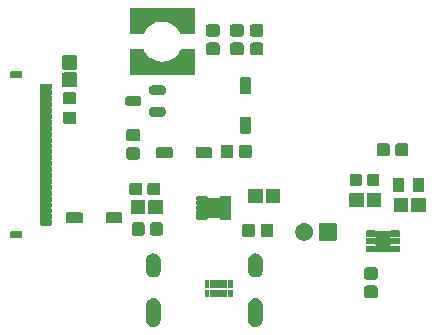
<source format=gbs>
%TF.GenerationSoftware,KiCad,Pcbnew,9.0.7*%
%TF.CreationDate,2026-02-16T08:00:12+01:00*%
%TF.ProjectId,misfits,6d697366-6974-4732-9e6b-696361645f70,1*%
%TF.SameCoordinates,Original*%
%TF.FileFunction,Soldermask,Bot*%
%TF.FilePolarity,Negative*%
%FSLAX46Y46*%
G04 Gerber Fmt 4.6, Leading zero omitted, Abs format (unit mm)*
G04 Created by KiCad (PCBNEW 9.0.7) date 2026-02-16 08:00:12*
%MOMM*%
%LPD*%
G01*
G04 APERTURE LIST*
G04 APERTURE END LIST*
G36*
X145842008Y-106209998D02*
G01*
X145955566Y-106257035D01*
X146057765Y-106325322D01*
X146144678Y-106412235D01*
X146212965Y-106514434D01*
X146260002Y-106627992D01*
X146283981Y-106748543D01*
X146287000Y-106810000D01*
X146287000Y-108010000D01*
X146283981Y-108071457D01*
X146260002Y-108192008D01*
X146212965Y-108305566D01*
X146144678Y-108407765D01*
X146057765Y-108494678D01*
X145955566Y-108562965D01*
X145842008Y-108610002D01*
X145721457Y-108633981D01*
X145598543Y-108633981D01*
X145477992Y-108610002D01*
X145364434Y-108562965D01*
X145262235Y-108494678D01*
X145175322Y-108407765D01*
X145107035Y-108305566D01*
X145059998Y-108192008D01*
X145036019Y-108071457D01*
X145033000Y-108010000D01*
X145033000Y-106810000D01*
X145036019Y-106748543D01*
X145059998Y-106627992D01*
X145107035Y-106514434D01*
X145175322Y-106412235D01*
X145262235Y-106325322D01*
X145364434Y-106257035D01*
X145477992Y-106209998D01*
X145598543Y-106186019D01*
X145721457Y-106186019D01*
X145842008Y-106209998D01*
G37*
G36*
X154482008Y-106209998D02*
G01*
X154595566Y-106257035D01*
X154697765Y-106325322D01*
X154784678Y-106412235D01*
X154852965Y-106514434D01*
X154900002Y-106627992D01*
X154923981Y-106748543D01*
X154927000Y-106810000D01*
X154927000Y-108010000D01*
X154923981Y-108071457D01*
X154900002Y-108192008D01*
X154852965Y-108305566D01*
X154784678Y-108407765D01*
X154697765Y-108494678D01*
X154595566Y-108562965D01*
X154482008Y-108610002D01*
X154361457Y-108633981D01*
X154238543Y-108633981D01*
X154117992Y-108610002D01*
X154004434Y-108562965D01*
X153902235Y-108494678D01*
X153815322Y-108407765D01*
X153747035Y-108305566D01*
X153699998Y-108192008D01*
X153676019Y-108071457D01*
X153673000Y-108010000D01*
X153673000Y-106810000D01*
X153676019Y-106748543D01*
X153699998Y-106627992D01*
X153747035Y-106514434D01*
X153815322Y-106412235D01*
X153902235Y-106325322D01*
X154004434Y-106257035D01*
X154117992Y-106209998D01*
X154238543Y-106186019D01*
X154361457Y-106186019D01*
X154482008Y-106209998D01*
G37*
G36*
X164526901Y-105129042D02*
G01*
X164595273Y-105174727D01*
X164640958Y-105243099D01*
X164657000Y-105323750D01*
X164657000Y-105976250D01*
X164640958Y-106056901D01*
X164595273Y-106125273D01*
X164526901Y-106170958D01*
X164446250Y-106187000D01*
X163733750Y-106187000D01*
X163653099Y-106170958D01*
X163584727Y-106125273D01*
X163539042Y-106056901D01*
X163523000Y-105976250D01*
X163523000Y-105323750D01*
X163539042Y-105243099D01*
X163584727Y-105174727D01*
X163653099Y-105129042D01*
X163733750Y-105113000D01*
X164446250Y-105113000D01*
X164526901Y-105129042D01*
G37*
G36*
X150372071Y-105485429D02*
G01*
X150375000Y-105492500D01*
X150375000Y-106092500D01*
X150372071Y-106099571D01*
X150365000Y-106102500D01*
X150354895Y-106102500D01*
X150025105Y-106102500D01*
X150015000Y-106102500D01*
X150007929Y-106099571D01*
X150005000Y-106092500D01*
X150005000Y-105492500D01*
X150007929Y-105485429D01*
X150015000Y-105482500D01*
X150365000Y-105482500D01*
X150372071Y-105485429D01*
G37*
G36*
X150872071Y-105485429D02*
G01*
X150874163Y-105490480D01*
X150879896Y-105492855D01*
X150900104Y-105492855D01*
X150905836Y-105490480D01*
X150907929Y-105485429D01*
X150915000Y-105482500D01*
X151465000Y-105482500D01*
X151472071Y-105485429D01*
X151474163Y-105490480D01*
X151479896Y-105492855D01*
X151500104Y-105492855D01*
X151505836Y-105490480D01*
X151507929Y-105485429D01*
X151515000Y-105482500D01*
X151865000Y-105482500D01*
X151872071Y-105485429D01*
X151875000Y-105492500D01*
X151875000Y-106092500D01*
X151872071Y-106099571D01*
X151865000Y-106102500D01*
X151854895Y-106102500D01*
X151525106Y-106102500D01*
X151515000Y-106102500D01*
X151507929Y-106099571D01*
X151505835Y-106094517D01*
X151500105Y-106092144D01*
X151479895Y-106092144D01*
X151474164Y-106094517D01*
X151472071Y-106099571D01*
X151465000Y-106102500D01*
X151454894Y-106102500D01*
X150925106Y-106102500D01*
X150915000Y-106102500D01*
X150907929Y-106099571D01*
X150905835Y-106094517D01*
X150900105Y-106092144D01*
X150879895Y-106092144D01*
X150874164Y-106094517D01*
X150872071Y-106099571D01*
X150865000Y-106102500D01*
X150854894Y-106102500D01*
X150525105Y-106102500D01*
X150515000Y-106102500D01*
X150507929Y-106099571D01*
X150505000Y-106092500D01*
X150505000Y-105492500D01*
X150507929Y-105485429D01*
X150515000Y-105482500D01*
X150865000Y-105482500D01*
X150872071Y-105485429D01*
G37*
G36*
X152372071Y-105485429D02*
G01*
X152375000Y-105492500D01*
X152375000Y-106092500D01*
X152372071Y-106099571D01*
X152365000Y-106102500D01*
X152354895Y-106102500D01*
X152025105Y-106102500D01*
X152015000Y-106102500D01*
X152007929Y-106099571D01*
X152005000Y-106092500D01*
X152005000Y-105492500D01*
X152007929Y-105485429D01*
X152015000Y-105482500D01*
X152365000Y-105482500D01*
X152372071Y-105485429D01*
G37*
G36*
X150372071Y-104685429D02*
G01*
X150375000Y-104692500D01*
X150375000Y-105292500D01*
X150372071Y-105299571D01*
X150365000Y-105302500D01*
X150354895Y-105302500D01*
X150025105Y-105302500D01*
X150015000Y-105302500D01*
X150007929Y-105299571D01*
X150005000Y-105292500D01*
X150005000Y-104692500D01*
X150007929Y-104685429D01*
X150015000Y-104682500D01*
X150365000Y-104682500D01*
X150372071Y-104685429D01*
G37*
G36*
X150872071Y-104685429D02*
G01*
X150874163Y-104690480D01*
X150879896Y-104692855D01*
X150900104Y-104692855D01*
X150905836Y-104690480D01*
X150907929Y-104685429D01*
X150915000Y-104682500D01*
X151465000Y-104682500D01*
X151472071Y-104685429D01*
X151474163Y-104690480D01*
X151479896Y-104692855D01*
X151500104Y-104692855D01*
X151505836Y-104690480D01*
X151507929Y-104685429D01*
X151515000Y-104682500D01*
X151865000Y-104682500D01*
X151872071Y-104685429D01*
X151875000Y-104692500D01*
X151875000Y-105292500D01*
X151872071Y-105299571D01*
X151865000Y-105302500D01*
X151854895Y-105302500D01*
X151525106Y-105302500D01*
X151515000Y-105302500D01*
X151507929Y-105299571D01*
X151505835Y-105294517D01*
X151500105Y-105292144D01*
X151479895Y-105292144D01*
X151474164Y-105294517D01*
X151472071Y-105299571D01*
X151465000Y-105302500D01*
X151454894Y-105302500D01*
X150925106Y-105302500D01*
X150915000Y-105302500D01*
X150907929Y-105299571D01*
X150905835Y-105294517D01*
X150900105Y-105292144D01*
X150879895Y-105292144D01*
X150874164Y-105294517D01*
X150872071Y-105299571D01*
X150865000Y-105302500D01*
X150854894Y-105302500D01*
X150525105Y-105302500D01*
X150515000Y-105302500D01*
X150507929Y-105299571D01*
X150505000Y-105292500D01*
X150505000Y-104692500D01*
X150507929Y-104685429D01*
X150515000Y-104682500D01*
X150865000Y-104682500D01*
X150872071Y-104685429D01*
G37*
G36*
X152372071Y-104685429D02*
G01*
X152375000Y-104692500D01*
X152375000Y-105292500D01*
X152372071Y-105299571D01*
X152365000Y-105302500D01*
X152354895Y-105302500D01*
X152025105Y-105302500D01*
X152015000Y-105302500D01*
X152007929Y-105299571D01*
X152005000Y-105292500D01*
X152005000Y-104692500D01*
X152007929Y-104685429D01*
X152015000Y-104682500D01*
X152365000Y-104682500D01*
X152372071Y-104685429D01*
G37*
G36*
X164526901Y-103569042D02*
G01*
X164595273Y-103614727D01*
X164640958Y-103683099D01*
X164657000Y-103763750D01*
X164657000Y-104416250D01*
X164640958Y-104496901D01*
X164595273Y-104565273D01*
X164526901Y-104610958D01*
X164446250Y-104627000D01*
X163733750Y-104627000D01*
X163653099Y-104610958D01*
X163584727Y-104565273D01*
X163539042Y-104496901D01*
X163523000Y-104416250D01*
X163523000Y-103763750D01*
X163539042Y-103683099D01*
X163584727Y-103614727D01*
X163653099Y-103569042D01*
X163733750Y-103553000D01*
X164446250Y-103553000D01*
X164526901Y-103569042D01*
G37*
G36*
X145842008Y-102409998D02*
G01*
X145955566Y-102457035D01*
X146057765Y-102525322D01*
X146144678Y-102612235D01*
X146212965Y-102714434D01*
X146260002Y-102827992D01*
X146283981Y-102948543D01*
X146287000Y-103010000D01*
X146287000Y-103810000D01*
X146283981Y-103871457D01*
X146260002Y-103992008D01*
X146212965Y-104105566D01*
X146144678Y-104207765D01*
X146057765Y-104294678D01*
X145955566Y-104362965D01*
X145842008Y-104410002D01*
X145721457Y-104433981D01*
X145598543Y-104433981D01*
X145477992Y-104410002D01*
X145364434Y-104362965D01*
X145262235Y-104294678D01*
X145175322Y-104207765D01*
X145107035Y-104105566D01*
X145059998Y-103992008D01*
X145036019Y-103871457D01*
X145033000Y-103810000D01*
X145033000Y-103010000D01*
X145036019Y-102948543D01*
X145059998Y-102827992D01*
X145107035Y-102714434D01*
X145175322Y-102612235D01*
X145262235Y-102525322D01*
X145364434Y-102457035D01*
X145477992Y-102409998D01*
X145598543Y-102386019D01*
X145721457Y-102386019D01*
X145842008Y-102409998D01*
G37*
G36*
X154482008Y-102409998D02*
G01*
X154595566Y-102457035D01*
X154697765Y-102525322D01*
X154784678Y-102612235D01*
X154852965Y-102714434D01*
X154900002Y-102827992D01*
X154923981Y-102948543D01*
X154927000Y-103010000D01*
X154927000Y-103810000D01*
X154923981Y-103871457D01*
X154900002Y-103992008D01*
X154852965Y-104105566D01*
X154784678Y-104207765D01*
X154697765Y-104294678D01*
X154595566Y-104362965D01*
X154482008Y-104410002D01*
X154361457Y-104433981D01*
X154238543Y-104433981D01*
X154117992Y-104410002D01*
X154004434Y-104362965D01*
X153902235Y-104294678D01*
X153815322Y-104207765D01*
X153747035Y-104105566D01*
X153699998Y-103992008D01*
X153676019Y-103871457D01*
X153673000Y-103810000D01*
X153673000Y-103010000D01*
X153676019Y-102948543D01*
X153699998Y-102827992D01*
X153747035Y-102714434D01*
X153815322Y-102612235D01*
X153902235Y-102525322D01*
X154004434Y-102457035D01*
X154117992Y-102409998D01*
X154238543Y-102386019D01*
X154361457Y-102386019D01*
X154482008Y-102409998D01*
G37*
G36*
X164459034Y-100465764D02*
G01*
X164492125Y-100487875D01*
X164493542Y-100489996D01*
X164509572Y-100500707D01*
X164540391Y-100500707D01*
X164541459Y-100499992D01*
X164542875Y-100497875D01*
X164575966Y-100475764D01*
X164615000Y-100468000D01*
X165615000Y-100468000D01*
X165654034Y-100475764D01*
X165687125Y-100497875D01*
X165688540Y-100499993D01*
X165689608Y-100500707D01*
X165720427Y-100500707D01*
X165736458Y-100489994D01*
X165737875Y-100487875D01*
X165770966Y-100465764D01*
X165810000Y-100458000D01*
X166470000Y-100458000D01*
X166509034Y-100465764D01*
X166542125Y-100487875D01*
X166564236Y-100520966D01*
X166572000Y-100560000D01*
X166572000Y-100880000D01*
X166564236Y-100919034D01*
X166542125Y-100952125D01*
X166509034Y-100974236D01*
X166470000Y-100982000D01*
X165810000Y-100982000D01*
X165770966Y-100974236D01*
X165768843Y-100972817D01*
X165754144Y-100969894D01*
X165717000Y-101000377D01*
X165717000Y-101089621D01*
X165754142Y-101120105D01*
X165768846Y-101117180D01*
X165770966Y-101115764D01*
X165810000Y-101108000D01*
X166470000Y-101108000D01*
X166509034Y-101115764D01*
X166542125Y-101137875D01*
X166564236Y-101170966D01*
X166572000Y-101210000D01*
X166572000Y-101530000D01*
X166564236Y-101569034D01*
X166542125Y-101602125D01*
X166509034Y-101624236D01*
X166470000Y-101632000D01*
X165810000Y-101632000D01*
X165770966Y-101624236D01*
X165768843Y-101622817D01*
X165754144Y-101619894D01*
X165717000Y-101650377D01*
X165717000Y-101739621D01*
X165754142Y-101770105D01*
X165768846Y-101767180D01*
X165770966Y-101765764D01*
X165810000Y-101758000D01*
X166470000Y-101758000D01*
X166509034Y-101765764D01*
X166542125Y-101787875D01*
X166564236Y-101820966D01*
X166572000Y-101860000D01*
X166572000Y-102180000D01*
X166564236Y-102219034D01*
X166542125Y-102252125D01*
X166509034Y-102274236D01*
X166470000Y-102282000D01*
X165810000Y-102282000D01*
X165770966Y-102274236D01*
X165737875Y-102252125D01*
X165736457Y-102250003D01*
X165720427Y-102239292D01*
X165689607Y-102239292D01*
X165688542Y-102240003D01*
X165687125Y-102242125D01*
X165654034Y-102264236D01*
X165615000Y-102272000D01*
X164615000Y-102272000D01*
X164575966Y-102264236D01*
X164542875Y-102242125D01*
X164541458Y-102240005D01*
X164540391Y-102239292D01*
X164509571Y-102239292D01*
X164493543Y-102250001D01*
X164492125Y-102252125D01*
X164459034Y-102274236D01*
X164420000Y-102282000D01*
X163760000Y-102282000D01*
X163720966Y-102274236D01*
X163687875Y-102252125D01*
X163665764Y-102219034D01*
X163658000Y-102180000D01*
X163658000Y-101860000D01*
X163665764Y-101820966D01*
X163687875Y-101787875D01*
X163720966Y-101765764D01*
X163760000Y-101758000D01*
X164420000Y-101758000D01*
X164459034Y-101765764D01*
X164461154Y-101767181D01*
X164475855Y-101770105D01*
X164513000Y-101739621D01*
X164513000Y-101650378D01*
X164475856Y-101619894D01*
X164461156Y-101622817D01*
X164459034Y-101624236D01*
X164420000Y-101632000D01*
X163760000Y-101632000D01*
X163720966Y-101624236D01*
X163687875Y-101602125D01*
X163665764Y-101569034D01*
X163658000Y-101530000D01*
X163658000Y-101210000D01*
X163665764Y-101170966D01*
X163687875Y-101137875D01*
X163720966Y-101115764D01*
X163760000Y-101108000D01*
X164420000Y-101108000D01*
X164459034Y-101115764D01*
X164461154Y-101117181D01*
X164475855Y-101120105D01*
X164513000Y-101089621D01*
X164513000Y-101000378D01*
X164475856Y-100969894D01*
X164461156Y-100972817D01*
X164459034Y-100974236D01*
X164420000Y-100982000D01*
X163760000Y-100982000D01*
X163720966Y-100974236D01*
X163687875Y-100952125D01*
X163665764Y-100919034D01*
X163658000Y-100880000D01*
X163658000Y-100560000D01*
X163665764Y-100520966D01*
X163687875Y-100487875D01*
X163720966Y-100465764D01*
X163760000Y-100458000D01*
X164420000Y-100458000D01*
X164459034Y-100465764D01*
G37*
G36*
X161143034Y-99819264D02*
G01*
X161176125Y-99841375D01*
X161198236Y-99874466D01*
X161206000Y-99913500D01*
X161206000Y-101221500D01*
X161198236Y-101260534D01*
X161176125Y-101293625D01*
X161143034Y-101315736D01*
X161104000Y-101323500D01*
X159796000Y-101323500D01*
X159756966Y-101315736D01*
X159723875Y-101293625D01*
X159701764Y-101260534D01*
X159694000Y-101221500D01*
X159694000Y-99913500D01*
X159701764Y-99874466D01*
X159723875Y-99841375D01*
X159756966Y-99819264D01*
X159796000Y-99811500D01*
X161104000Y-99811500D01*
X161143034Y-99819264D01*
G37*
G36*
X158669455Y-99844053D02*
G01*
X158806376Y-99900768D01*
X158929601Y-99983104D01*
X159034396Y-100087899D01*
X159116732Y-100211124D01*
X159173447Y-100348045D01*
X159202360Y-100493399D01*
X159202360Y-100641601D01*
X159173447Y-100786955D01*
X159116732Y-100923876D01*
X159034396Y-101047101D01*
X158929601Y-101151896D01*
X158806376Y-101234232D01*
X158669455Y-101290947D01*
X158524101Y-101319860D01*
X158375899Y-101319860D01*
X158230545Y-101290947D01*
X158093624Y-101234232D01*
X157970399Y-101151896D01*
X157865604Y-101047101D01*
X157783268Y-100923876D01*
X157726553Y-100786955D01*
X157697640Y-100641601D01*
X157697640Y-100493399D01*
X157726553Y-100348045D01*
X157783268Y-100211124D01*
X157865604Y-100087899D01*
X157970399Y-99983104D01*
X158093624Y-99900768D01*
X158230545Y-99844053D01*
X158375899Y-99815140D01*
X158524101Y-99815140D01*
X158669455Y-99844053D01*
G37*
G36*
X134509034Y-100495764D02*
G01*
X134542125Y-100517875D01*
X134564236Y-100550966D01*
X134572000Y-100590000D01*
X134572000Y-100990000D01*
X134564236Y-101029034D01*
X134542125Y-101062125D01*
X134509034Y-101084236D01*
X134470000Y-101092000D01*
X133670000Y-101092000D01*
X133630966Y-101084236D01*
X133597875Y-101062125D01*
X133575764Y-101029034D01*
X133568000Y-100990000D01*
X133568000Y-100590000D01*
X133575764Y-100550966D01*
X133597875Y-100517875D01*
X133630966Y-100495764D01*
X133670000Y-100488000D01*
X134470000Y-100488000D01*
X134509034Y-100495764D01*
G37*
G36*
X154136901Y-99889042D02*
G01*
X154205273Y-99934727D01*
X154250958Y-100003099D01*
X154267000Y-100083750D01*
X154267000Y-100796250D01*
X154250958Y-100876901D01*
X154205273Y-100945273D01*
X154136901Y-100990958D01*
X154056250Y-101007000D01*
X153403750Y-101007000D01*
X153323099Y-100990958D01*
X153254727Y-100945273D01*
X153209042Y-100876901D01*
X153193000Y-100796250D01*
X153193000Y-100083750D01*
X153209042Y-100003099D01*
X153254727Y-99934727D01*
X153323099Y-99889042D01*
X153403750Y-99873000D01*
X154056250Y-99873000D01*
X154136901Y-99889042D01*
G37*
G36*
X155696901Y-99889042D02*
G01*
X155765273Y-99934727D01*
X155810958Y-100003099D01*
X155827000Y-100083750D01*
X155827000Y-100796250D01*
X155810958Y-100876901D01*
X155765273Y-100945273D01*
X155696901Y-100990958D01*
X155616250Y-101007000D01*
X154963750Y-101007000D01*
X154883099Y-100990958D01*
X154814727Y-100945273D01*
X154769042Y-100876901D01*
X154753000Y-100796250D01*
X154753000Y-100083750D01*
X154769042Y-100003099D01*
X154814727Y-99934727D01*
X154883099Y-99889042D01*
X154963750Y-99873000D01*
X155616250Y-99873000D01*
X155696901Y-99889042D01*
G37*
G36*
X144796901Y-99769042D02*
G01*
X144865273Y-99814727D01*
X144910958Y-99883099D01*
X144927000Y-99963750D01*
X144927000Y-100676250D01*
X144910958Y-100756901D01*
X144865273Y-100825273D01*
X144796901Y-100870958D01*
X144716250Y-100887000D01*
X144063750Y-100887000D01*
X143983099Y-100870958D01*
X143914727Y-100825273D01*
X143869042Y-100756901D01*
X143853000Y-100676250D01*
X143853000Y-99963750D01*
X143869042Y-99883099D01*
X143914727Y-99814727D01*
X143983099Y-99769042D01*
X144063750Y-99753000D01*
X144716250Y-99753000D01*
X144796901Y-99769042D01*
G37*
G36*
X146356901Y-99769042D02*
G01*
X146425273Y-99814727D01*
X146470958Y-99883099D01*
X146487000Y-99963750D01*
X146487000Y-100676250D01*
X146470958Y-100756901D01*
X146425273Y-100825273D01*
X146356901Y-100870958D01*
X146276250Y-100887000D01*
X145623750Y-100887000D01*
X145543099Y-100870958D01*
X145474727Y-100825273D01*
X145429042Y-100756901D01*
X145413000Y-100676250D01*
X145413000Y-99963750D01*
X145429042Y-99883099D01*
X145474727Y-99814727D01*
X145543099Y-99769042D01*
X145623750Y-99753000D01*
X146276250Y-99753000D01*
X146356901Y-99769042D01*
G37*
G36*
X137009034Y-88045764D02*
G01*
X137042125Y-88067875D01*
X137064236Y-88100966D01*
X137072000Y-88140000D01*
X137072000Y-88440000D01*
X137064236Y-88479034D01*
X137042125Y-88512125D01*
X137040002Y-88513543D01*
X137032621Y-88524590D01*
X137032621Y-88555410D01*
X137040002Y-88566456D01*
X137042125Y-88567875D01*
X137064236Y-88600966D01*
X137072000Y-88640000D01*
X137072000Y-88940000D01*
X137064236Y-88979034D01*
X137042125Y-89012125D01*
X137040002Y-89013543D01*
X137032621Y-89024590D01*
X137032621Y-89055410D01*
X137040002Y-89066456D01*
X137042125Y-89067875D01*
X137064236Y-89100966D01*
X137072000Y-89140000D01*
X137072000Y-89440000D01*
X137064236Y-89479034D01*
X137042125Y-89512125D01*
X137040002Y-89513543D01*
X137032621Y-89524590D01*
X137032621Y-89555410D01*
X137040002Y-89566456D01*
X137042125Y-89567875D01*
X137064236Y-89600966D01*
X137072000Y-89640000D01*
X137072000Y-89940000D01*
X137064236Y-89979034D01*
X137042125Y-90012125D01*
X137040002Y-90013543D01*
X137032621Y-90024590D01*
X137032621Y-90055410D01*
X137040002Y-90066456D01*
X137042125Y-90067875D01*
X137064236Y-90100966D01*
X137072000Y-90140000D01*
X137072000Y-90440000D01*
X137064236Y-90479034D01*
X137042125Y-90512125D01*
X137040002Y-90513543D01*
X137032621Y-90524590D01*
X137032621Y-90555410D01*
X137040002Y-90566456D01*
X137042125Y-90567875D01*
X137064236Y-90600966D01*
X137072000Y-90640000D01*
X137072000Y-90940000D01*
X137064236Y-90979034D01*
X137042125Y-91012125D01*
X137040002Y-91013543D01*
X137032621Y-91024590D01*
X137032621Y-91055410D01*
X137040002Y-91066456D01*
X137042125Y-91067875D01*
X137064236Y-91100966D01*
X137072000Y-91140000D01*
X137072000Y-91440000D01*
X137064236Y-91479034D01*
X137042125Y-91512125D01*
X137040002Y-91513543D01*
X137032621Y-91524590D01*
X137032621Y-91555410D01*
X137040002Y-91566456D01*
X137042125Y-91567875D01*
X137064236Y-91600966D01*
X137072000Y-91640000D01*
X137072000Y-91940000D01*
X137064236Y-91979034D01*
X137042125Y-92012125D01*
X137040002Y-92013543D01*
X137032621Y-92024590D01*
X137032621Y-92055410D01*
X137040002Y-92066456D01*
X137042125Y-92067875D01*
X137064236Y-92100966D01*
X137072000Y-92140000D01*
X137072000Y-92440000D01*
X137064236Y-92479034D01*
X137042125Y-92512125D01*
X137040002Y-92513543D01*
X137032621Y-92524590D01*
X137032621Y-92555410D01*
X137040002Y-92566456D01*
X137042125Y-92567875D01*
X137064236Y-92600966D01*
X137072000Y-92640000D01*
X137072000Y-92940000D01*
X137064236Y-92979034D01*
X137042125Y-93012125D01*
X137040002Y-93013543D01*
X137032621Y-93024590D01*
X137032621Y-93055410D01*
X137040002Y-93066456D01*
X137042125Y-93067875D01*
X137064236Y-93100966D01*
X137072000Y-93140000D01*
X137072000Y-93440000D01*
X137064236Y-93479034D01*
X137042125Y-93512125D01*
X137040002Y-93513543D01*
X137032621Y-93524590D01*
X137032621Y-93555410D01*
X137040002Y-93566456D01*
X137042125Y-93567875D01*
X137064236Y-93600966D01*
X137072000Y-93640000D01*
X137072000Y-93940000D01*
X137064236Y-93979034D01*
X137042125Y-94012125D01*
X137040002Y-94013543D01*
X137032621Y-94024590D01*
X137032621Y-94055410D01*
X137040002Y-94066456D01*
X137042125Y-94067875D01*
X137064236Y-94100966D01*
X137072000Y-94140000D01*
X137072000Y-94440000D01*
X137064236Y-94479034D01*
X137042125Y-94512125D01*
X137040002Y-94513543D01*
X137032621Y-94524590D01*
X137032621Y-94555410D01*
X137040002Y-94566456D01*
X137042125Y-94567875D01*
X137064236Y-94600966D01*
X137072000Y-94640000D01*
X137072000Y-94940000D01*
X137064236Y-94979034D01*
X137042125Y-95012125D01*
X137040002Y-95013543D01*
X137032621Y-95024590D01*
X137032621Y-95055410D01*
X137040002Y-95066456D01*
X137042125Y-95067875D01*
X137064236Y-95100966D01*
X137072000Y-95140000D01*
X137072000Y-95440000D01*
X137064236Y-95479034D01*
X137042125Y-95512125D01*
X137040002Y-95513543D01*
X137032621Y-95524590D01*
X137032621Y-95555410D01*
X137040002Y-95566456D01*
X137042125Y-95567875D01*
X137064236Y-95600966D01*
X137072000Y-95640000D01*
X137072000Y-95940000D01*
X137064236Y-95979034D01*
X137042125Y-96012125D01*
X137040002Y-96013543D01*
X137032621Y-96024590D01*
X137032621Y-96055410D01*
X137040002Y-96066456D01*
X137042125Y-96067875D01*
X137064236Y-96100966D01*
X137072000Y-96140000D01*
X137072000Y-96440000D01*
X137064236Y-96479034D01*
X137042125Y-96512125D01*
X137040002Y-96513543D01*
X137032621Y-96524590D01*
X137032621Y-96555410D01*
X137040002Y-96566456D01*
X137042125Y-96567875D01*
X137064236Y-96600966D01*
X137072000Y-96640000D01*
X137072000Y-96940000D01*
X137064236Y-96979034D01*
X137042125Y-97012125D01*
X137040002Y-97013543D01*
X137032621Y-97024590D01*
X137032621Y-97055410D01*
X137040002Y-97066456D01*
X137042125Y-97067875D01*
X137064236Y-97100966D01*
X137072000Y-97140000D01*
X137072000Y-97440000D01*
X137064236Y-97479034D01*
X137042125Y-97512125D01*
X137040002Y-97513543D01*
X137032621Y-97524590D01*
X137032621Y-97555410D01*
X137040002Y-97566456D01*
X137042125Y-97567875D01*
X137064236Y-97600966D01*
X137072000Y-97640000D01*
X137072000Y-97940000D01*
X137064236Y-97979034D01*
X137042125Y-98012125D01*
X137040002Y-98013543D01*
X137032621Y-98024590D01*
X137032621Y-98055410D01*
X137040002Y-98066456D01*
X137042125Y-98067875D01*
X137064236Y-98100966D01*
X137072000Y-98140000D01*
X137072000Y-98440000D01*
X137064236Y-98479034D01*
X137042125Y-98512125D01*
X137040002Y-98513543D01*
X137032621Y-98524590D01*
X137032621Y-98555410D01*
X137040002Y-98566456D01*
X137042125Y-98567875D01*
X137064236Y-98600966D01*
X137072000Y-98640000D01*
X137072000Y-98940000D01*
X137064236Y-98979034D01*
X137042125Y-99012125D01*
X137040002Y-99013543D01*
X137032621Y-99024590D01*
X137032621Y-99055410D01*
X137040002Y-99066456D01*
X137042125Y-99067875D01*
X137064236Y-99100966D01*
X137072000Y-99140000D01*
X137072000Y-99440000D01*
X137064236Y-99479034D01*
X137042125Y-99512125D01*
X137040002Y-99513543D01*
X137032621Y-99524590D01*
X137032621Y-99555410D01*
X137040002Y-99566456D01*
X137042125Y-99567875D01*
X137064236Y-99600966D01*
X137072000Y-99640000D01*
X137072000Y-99940000D01*
X137064236Y-99979034D01*
X137042125Y-100012125D01*
X137009034Y-100034236D01*
X136970000Y-100042000D01*
X136170000Y-100042000D01*
X136130966Y-100034236D01*
X136097875Y-100012125D01*
X136075764Y-99979034D01*
X136068000Y-99940000D01*
X136068000Y-99640000D01*
X136075764Y-99600966D01*
X136097875Y-99567875D01*
X136099995Y-99566457D01*
X136107378Y-99555410D01*
X136107378Y-99524590D01*
X136099996Y-99513542D01*
X136097875Y-99512125D01*
X136075764Y-99479034D01*
X136068000Y-99440000D01*
X136068000Y-99140000D01*
X136075764Y-99100966D01*
X136097875Y-99067875D01*
X136099995Y-99066457D01*
X136107378Y-99055410D01*
X136107378Y-99024590D01*
X136099996Y-99013542D01*
X136097875Y-99012125D01*
X136075764Y-98979034D01*
X136068000Y-98940000D01*
X136068000Y-98640000D01*
X136075764Y-98600966D01*
X136097875Y-98567875D01*
X136099995Y-98566457D01*
X136107378Y-98555410D01*
X136107378Y-98524590D01*
X136099996Y-98513542D01*
X136097875Y-98512125D01*
X136075764Y-98479034D01*
X136068000Y-98440000D01*
X136068000Y-98140000D01*
X136075764Y-98100966D01*
X136097875Y-98067875D01*
X136099995Y-98066457D01*
X136107378Y-98055410D01*
X136107378Y-98024590D01*
X136099996Y-98013542D01*
X136097875Y-98012125D01*
X136075764Y-97979034D01*
X136068000Y-97940000D01*
X136068000Y-97640000D01*
X136075764Y-97600966D01*
X136097875Y-97567875D01*
X136099995Y-97566457D01*
X136107378Y-97555410D01*
X136107378Y-97524590D01*
X136099996Y-97513542D01*
X136097875Y-97512125D01*
X136075764Y-97479034D01*
X136068000Y-97440000D01*
X136068000Y-97140000D01*
X136075764Y-97100966D01*
X136097875Y-97067875D01*
X136099995Y-97066457D01*
X136107378Y-97055410D01*
X136107378Y-97024590D01*
X136099996Y-97013542D01*
X136097875Y-97012125D01*
X136075764Y-96979034D01*
X136068000Y-96940000D01*
X136068000Y-96640000D01*
X136075764Y-96600966D01*
X136097875Y-96567875D01*
X136099995Y-96566457D01*
X136107378Y-96555410D01*
X136107378Y-96524590D01*
X136099996Y-96513542D01*
X136097875Y-96512125D01*
X136075764Y-96479034D01*
X136068000Y-96440000D01*
X136068000Y-96140000D01*
X136075764Y-96100966D01*
X136097875Y-96067875D01*
X136099995Y-96066457D01*
X136107378Y-96055410D01*
X136107378Y-96024590D01*
X136099996Y-96013542D01*
X136097875Y-96012125D01*
X136075764Y-95979034D01*
X136068000Y-95940000D01*
X136068000Y-95640000D01*
X136075764Y-95600966D01*
X136097875Y-95567875D01*
X136099995Y-95566457D01*
X136107378Y-95555410D01*
X136107378Y-95524590D01*
X136099996Y-95513542D01*
X136097875Y-95512125D01*
X136075764Y-95479034D01*
X136068000Y-95440000D01*
X136068000Y-95140000D01*
X136075764Y-95100966D01*
X136097875Y-95067875D01*
X136099995Y-95066457D01*
X136107378Y-95055410D01*
X136107378Y-95024590D01*
X136099996Y-95013542D01*
X136097875Y-95012125D01*
X136075764Y-94979034D01*
X136068000Y-94940000D01*
X136068000Y-94640000D01*
X136075764Y-94600966D01*
X136097875Y-94567875D01*
X136099995Y-94566457D01*
X136107378Y-94555410D01*
X136107378Y-94524590D01*
X136099996Y-94513542D01*
X136097875Y-94512125D01*
X136075764Y-94479034D01*
X136068000Y-94440000D01*
X136068000Y-94140000D01*
X136075764Y-94100966D01*
X136097875Y-94067875D01*
X136099995Y-94066457D01*
X136107378Y-94055410D01*
X136107378Y-94024590D01*
X136099996Y-94013542D01*
X136097875Y-94012125D01*
X136075764Y-93979034D01*
X136068000Y-93940000D01*
X136068000Y-93640000D01*
X136075764Y-93600966D01*
X136097875Y-93567875D01*
X136099995Y-93566457D01*
X136107378Y-93555410D01*
X136107378Y-93524590D01*
X136099996Y-93513542D01*
X136097875Y-93512125D01*
X136075764Y-93479034D01*
X136068000Y-93440000D01*
X136068000Y-93140000D01*
X136075764Y-93100966D01*
X136097875Y-93067875D01*
X136099995Y-93066457D01*
X136107378Y-93055410D01*
X136107378Y-93024590D01*
X136099996Y-93013542D01*
X136097875Y-93012125D01*
X136075764Y-92979034D01*
X136068000Y-92940000D01*
X136068000Y-92640000D01*
X136075764Y-92600966D01*
X136097875Y-92567875D01*
X136099995Y-92566457D01*
X136107378Y-92555410D01*
X136107378Y-92524590D01*
X136099996Y-92513542D01*
X136097875Y-92512125D01*
X136075764Y-92479034D01*
X136068000Y-92440000D01*
X136068000Y-92140000D01*
X136075764Y-92100966D01*
X136097875Y-92067875D01*
X136099995Y-92066457D01*
X136107378Y-92055410D01*
X136107378Y-92024590D01*
X136099996Y-92013542D01*
X136097875Y-92012125D01*
X136075764Y-91979034D01*
X136068000Y-91940000D01*
X136068000Y-91640000D01*
X136075764Y-91600966D01*
X136097875Y-91567875D01*
X136099995Y-91566457D01*
X136107378Y-91555410D01*
X136107378Y-91524590D01*
X136099996Y-91513542D01*
X136097875Y-91512125D01*
X136075764Y-91479034D01*
X136068000Y-91440000D01*
X136068000Y-91140000D01*
X136075764Y-91100966D01*
X136097875Y-91067875D01*
X136099995Y-91066457D01*
X136107378Y-91055410D01*
X136107378Y-91024590D01*
X136099996Y-91013542D01*
X136097875Y-91012125D01*
X136075764Y-90979034D01*
X136068000Y-90940000D01*
X136068000Y-90640000D01*
X136075764Y-90600966D01*
X136097875Y-90567875D01*
X136099995Y-90566457D01*
X136107378Y-90555410D01*
X136107378Y-90524590D01*
X136099996Y-90513542D01*
X136097875Y-90512125D01*
X136075764Y-90479034D01*
X136068000Y-90440000D01*
X136068000Y-90140000D01*
X136075764Y-90100966D01*
X136097875Y-90067875D01*
X136099995Y-90066457D01*
X136107378Y-90055410D01*
X136107378Y-90024590D01*
X136099996Y-90013542D01*
X136097875Y-90012125D01*
X136075764Y-89979034D01*
X136068000Y-89940000D01*
X136068000Y-89640000D01*
X136075764Y-89600966D01*
X136097875Y-89567875D01*
X136099995Y-89566457D01*
X136107378Y-89555410D01*
X136107378Y-89524590D01*
X136099996Y-89513542D01*
X136097875Y-89512125D01*
X136075764Y-89479034D01*
X136068000Y-89440000D01*
X136068000Y-89140000D01*
X136075764Y-89100966D01*
X136097875Y-89067875D01*
X136099995Y-89066457D01*
X136107378Y-89055410D01*
X136107378Y-89024590D01*
X136099996Y-89013542D01*
X136097875Y-89012125D01*
X136075764Y-88979034D01*
X136068000Y-88940000D01*
X136068000Y-88640000D01*
X136075764Y-88600966D01*
X136097875Y-88567875D01*
X136099995Y-88566457D01*
X136107378Y-88555410D01*
X136107378Y-88524590D01*
X136099996Y-88513542D01*
X136097875Y-88512125D01*
X136075764Y-88479034D01*
X136068000Y-88440000D01*
X136068000Y-88140000D01*
X136075764Y-88100966D01*
X136097875Y-88067875D01*
X136130966Y-88045764D01*
X136170000Y-88038000D01*
X136970000Y-88038000D01*
X137009034Y-88045764D01*
G37*
G36*
X139624034Y-98945764D02*
G01*
X139657125Y-98967875D01*
X139679236Y-99000966D01*
X139687000Y-99040000D01*
X139687000Y-99760000D01*
X139679236Y-99799034D01*
X139657125Y-99832125D01*
X139624034Y-99854236D01*
X139585000Y-99862000D01*
X138375000Y-99862000D01*
X138335966Y-99854236D01*
X138302875Y-99832125D01*
X138280764Y-99799034D01*
X138273000Y-99760000D01*
X138273000Y-99040000D01*
X138280764Y-99000966D01*
X138302875Y-98967875D01*
X138335966Y-98945764D01*
X138375000Y-98938000D01*
X139585000Y-98938000D01*
X139624034Y-98945764D01*
G37*
G36*
X142984034Y-98945764D02*
G01*
X143017125Y-98967875D01*
X143039236Y-99000966D01*
X143047000Y-99040000D01*
X143047000Y-99760000D01*
X143039236Y-99799034D01*
X143017125Y-99832125D01*
X142984034Y-99854236D01*
X142945000Y-99862000D01*
X141735000Y-99862000D01*
X141695966Y-99854236D01*
X141662875Y-99832125D01*
X141640764Y-99799034D01*
X141633000Y-99760000D01*
X141633000Y-99040000D01*
X141640764Y-99000966D01*
X141662875Y-98967875D01*
X141695966Y-98945764D01*
X141735000Y-98938000D01*
X142945000Y-98938000D01*
X142984034Y-98945764D01*
G37*
G36*
X150209034Y-97535764D02*
G01*
X150242125Y-97557875D01*
X150264236Y-97590966D01*
X150272000Y-97630000D01*
X150272000Y-97661665D01*
X150308164Y-97691348D01*
X150325000Y-97688000D01*
X151225000Y-97688000D01*
X151241835Y-97691348D01*
X151278000Y-97661659D01*
X151278000Y-97635003D01*
X151278000Y-97635002D01*
X151278000Y-97630000D01*
X151285764Y-97590966D01*
X151307875Y-97557875D01*
X151340966Y-97535764D01*
X151380000Y-97528000D01*
X152140000Y-97528000D01*
X152179034Y-97535764D01*
X152212125Y-97557875D01*
X152234236Y-97590966D01*
X152242000Y-97630000D01*
X152242000Y-97850000D01*
X152234236Y-97889034D01*
X152212125Y-97922125D01*
X152210002Y-97923543D01*
X152209303Y-97924590D01*
X152209303Y-97955410D01*
X152210002Y-97956456D01*
X152212125Y-97957875D01*
X152234236Y-97990966D01*
X152242000Y-98030000D01*
X152242000Y-98250000D01*
X152234236Y-98289034D01*
X152212125Y-98322125D01*
X152210002Y-98323543D01*
X152209303Y-98324590D01*
X152209303Y-98355410D01*
X152210002Y-98356456D01*
X152212125Y-98357875D01*
X152234236Y-98390966D01*
X152242000Y-98430000D01*
X152242000Y-98650000D01*
X152234236Y-98689034D01*
X152212125Y-98722125D01*
X152210002Y-98723543D01*
X152209303Y-98724590D01*
X152209303Y-98755410D01*
X152210002Y-98756456D01*
X152212125Y-98757875D01*
X152234236Y-98790966D01*
X152242000Y-98830000D01*
X152242000Y-99050000D01*
X152234236Y-99089034D01*
X152212125Y-99122125D01*
X152210002Y-99123543D01*
X152209303Y-99124590D01*
X152209303Y-99155410D01*
X152210002Y-99156456D01*
X152212125Y-99157875D01*
X152234236Y-99190966D01*
X152242000Y-99230000D01*
X152242000Y-99450000D01*
X152234236Y-99489034D01*
X152212125Y-99522125D01*
X152179034Y-99544236D01*
X152140000Y-99552000D01*
X151380000Y-99552000D01*
X151340966Y-99544236D01*
X151307875Y-99522125D01*
X151285764Y-99489034D01*
X151278000Y-99450000D01*
X151278000Y-99444994D01*
X151277997Y-99418321D01*
X151241825Y-99388653D01*
X151225000Y-99392000D01*
X150325000Y-99392000D01*
X150308165Y-99388651D01*
X150272000Y-99418336D01*
X150272000Y-99450000D01*
X150264236Y-99489034D01*
X150242125Y-99522125D01*
X150209034Y-99544236D01*
X150170000Y-99552000D01*
X149410000Y-99552000D01*
X149370966Y-99544236D01*
X149337875Y-99522125D01*
X149315764Y-99489034D01*
X149308000Y-99450000D01*
X149308000Y-99230000D01*
X149315764Y-99190966D01*
X149337875Y-99157875D01*
X149339995Y-99156457D01*
X149340696Y-99155410D01*
X149340696Y-99124590D01*
X149339995Y-99123542D01*
X149337875Y-99122125D01*
X149315764Y-99089034D01*
X149308000Y-99050000D01*
X149308000Y-98830000D01*
X149315764Y-98790966D01*
X149337875Y-98757875D01*
X149339995Y-98756457D01*
X149340696Y-98755410D01*
X149340696Y-98724590D01*
X149339995Y-98723542D01*
X149337875Y-98722125D01*
X149315764Y-98689034D01*
X149308000Y-98650000D01*
X149308000Y-98430000D01*
X149315764Y-98390966D01*
X149337875Y-98357875D01*
X149339995Y-98356457D01*
X149340696Y-98355410D01*
X149340696Y-98324590D01*
X149339995Y-98323542D01*
X149337875Y-98322125D01*
X149315764Y-98289034D01*
X149308000Y-98250000D01*
X149308000Y-98030000D01*
X149315764Y-97990966D01*
X149337875Y-97957875D01*
X149339995Y-97956457D01*
X149340696Y-97955410D01*
X149340696Y-97924590D01*
X149339995Y-97923542D01*
X149337875Y-97922125D01*
X149315764Y-97889034D01*
X149308000Y-97850000D01*
X149308000Y-97630000D01*
X149315764Y-97590966D01*
X149337875Y-97557875D01*
X149370966Y-97535764D01*
X149410000Y-97528000D01*
X150170000Y-97528000D01*
X150209034Y-97535764D01*
G37*
G36*
X144944034Y-97875764D02*
G01*
X144977125Y-97897875D01*
X144999236Y-97930966D01*
X145007000Y-97970000D01*
X145007000Y-98990000D01*
X144999236Y-99029034D01*
X144977125Y-99062125D01*
X144944034Y-99084236D01*
X144905000Y-99092000D01*
X143865000Y-99092000D01*
X143825966Y-99084236D01*
X143792875Y-99062125D01*
X143770764Y-99029034D01*
X143763000Y-98990000D01*
X143763000Y-97970000D01*
X143770764Y-97930966D01*
X143792875Y-97897875D01*
X143825966Y-97875764D01*
X143865000Y-97868000D01*
X144905000Y-97868000D01*
X144944034Y-97875764D01*
G37*
G36*
X146414034Y-97875764D02*
G01*
X146447125Y-97897875D01*
X146469236Y-97930966D01*
X146477000Y-97970000D01*
X146477000Y-98990000D01*
X146469236Y-99029034D01*
X146447125Y-99062125D01*
X146414034Y-99084236D01*
X146375000Y-99092000D01*
X145335000Y-99092000D01*
X145295966Y-99084236D01*
X145262875Y-99062125D01*
X145240764Y-99029034D01*
X145233000Y-98990000D01*
X145233000Y-97970000D01*
X145240764Y-97930966D01*
X145262875Y-97897875D01*
X145295966Y-97875764D01*
X145335000Y-97868000D01*
X146375000Y-97868000D01*
X146414034Y-97875764D01*
G37*
G36*
X167204034Y-97695764D02*
G01*
X167237125Y-97717875D01*
X167259236Y-97750966D01*
X167267000Y-97790000D01*
X167267000Y-98810000D01*
X167259236Y-98849034D01*
X167237125Y-98882125D01*
X167204034Y-98904236D01*
X167165000Y-98912000D01*
X166125000Y-98912000D01*
X166085966Y-98904236D01*
X166052875Y-98882125D01*
X166030764Y-98849034D01*
X166023000Y-98810000D01*
X166023000Y-97790000D01*
X166030764Y-97750966D01*
X166052875Y-97717875D01*
X166085966Y-97695764D01*
X166125000Y-97688000D01*
X167165000Y-97688000D01*
X167204034Y-97695764D01*
G37*
G36*
X168674034Y-97695764D02*
G01*
X168707125Y-97717875D01*
X168729236Y-97750966D01*
X168737000Y-97790000D01*
X168737000Y-98810000D01*
X168729236Y-98849034D01*
X168707125Y-98882125D01*
X168674034Y-98904236D01*
X168635000Y-98912000D01*
X167595000Y-98912000D01*
X167555966Y-98904236D01*
X167522875Y-98882125D01*
X167500764Y-98849034D01*
X167493000Y-98810000D01*
X167493000Y-97790000D01*
X167500764Y-97750966D01*
X167522875Y-97717875D01*
X167555966Y-97695764D01*
X167595000Y-97688000D01*
X168635000Y-97688000D01*
X168674034Y-97695764D01*
G37*
G36*
X163434034Y-97285764D02*
G01*
X163467125Y-97307875D01*
X163489236Y-97340966D01*
X163497000Y-97380000D01*
X163497000Y-98400000D01*
X163489236Y-98439034D01*
X163467125Y-98472125D01*
X163434034Y-98494236D01*
X163395000Y-98502000D01*
X162355000Y-98502000D01*
X162315966Y-98494236D01*
X162282875Y-98472125D01*
X162260764Y-98439034D01*
X162253000Y-98400000D01*
X162253000Y-97380000D01*
X162260764Y-97340966D01*
X162282875Y-97307875D01*
X162315966Y-97285764D01*
X162355000Y-97278000D01*
X163395000Y-97278000D01*
X163434034Y-97285764D01*
G37*
G36*
X164904034Y-97285764D02*
G01*
X164937125Y-97307875D01*
X164959236Y-97340966D01*
X164967000Y-97380000D01*
X164967000Y-98400000D01*
X164959236Y-98439034D01*
X164937125Y-98472125D01*
X164904034Y-98494236D01*
X164865000Y-98502000D01*
X163825000Y-98502000D01*
X163785966Y-98494236D01*
X163752875Y-98472125D01*
X163730764Y-98439034D01*
X163723000Y-98400000D01*
X163723000Y-97380000D01*
X163730764Y-97340966D01*
X163752875Y-97307875D01*
X163785966Y-97285764D01*
X163825000Y-97278000D01*
X164865000Y-97278000D01*
X164904034Y-97285764D01*
G37*
G36*
X154884034Y-96925764D02*
G01*
X154917125Y-96947875D01*
X154939236Y-96980966D01*
X154947000Y-97020000D01*
X154947000Y-98040000D01*
X154939236Y-98079034D01*
X154917125Y-98112125D01*
X154884034Y-98134236D01*
X154845000Y-98142000D01*
X153805000Y-98142000D01*
X153765966Y-98134236D01*
X153732875Y-98112125D01*
X153710764Y-98079034D01*
X153703000Y-98040000D01*
X153703000Y-97020000D01*
X153710764Y-96980966D01*
X153732875Y-96947875D01*
X153765966Y-96925764D01*
X153805000Y-96918000D01*
X154845000Y-96918000D01*
X154884034Y-96925764D01*
G37*
G36*
X156354034Y-96925764D02*
G01*
X156387125Y-96947875D01*
X156409236Y-96980966D01*
X156417000Y-97020000D01*
X156417000Y-98040000D01*
X156409236Y-98079034D01*
X156387125Y-98112125D01*
X156354034Y-98134236D01*
X156315000Y-98142000D01*
X155275000Y-98142000D01*
X155235966Y-98134236D01*
X155202875Y-98112125D01*
X155180764Y-98079034D01*
X155173000Y-98040000D01*
X155173000Y-97020000D01*
X155180764Y-96980966D01*
X155202875Y-96947875D01*
X155235966Y-96925764D01*
X155275000Y-96918000D01*
X156315000Y-96918000D01*
X156354034Y-96925764D01*
G37*
G36*
X144612934Y-96419723D02*
G01*
X144682077Y-96465923D01*
X144728277Y-96535066D01*
X144744499Y-96616626D01*
X144744499Y-96621623D01*
X144744500Y-96621628D01*
X144744500Y-96978652D01*
X144744500Y-97283375D01*
X144728277Y-97364934D01*
X144682077Y-97434077D01*
X144612934Y-97480277D01*
X144531374Y-97496499D01*
X144526376Y-97496499D01*
X144526372Y-97496500D01*
X143869628Y-97496500D01*
X143869627Y-97496499D01*
X143864625Y-97496500D01*
X143783066Y-97480277D01*
X143713923Y-97434077D01*
X143667723Y-97364934D01*
X143651501Y-97283374D01*
X143651500Y-97278375D01*
X143651500Y-97278371D01*
X143651500Y-96621628D01*
X143651500Y-96621627D01*
X143651500Y-96616625D01*
X143667723Y-96535066D01*
X143713923Y-96465923D01*
X143783066Y-96419723D01*
X143864626Y-96403501D01*
X143869623Y-96403500D01*
X143869628Y-96403500D01*
X144526372Y-96403500D01*
X144531375Y-96403500D01*
X144612934Y-96419723D01*
G37*
G36*
X146136934Y-96419723D02*
G01*
X146206077Y-96465923D01*
X146252277Y-96535066D01*
X146268499Y-96616626D01*
X146268499Y-96621623D01*
X146268500Y-96621628D01*
X146268500Y-96978652D01*
X146268500Y-97283375D01*
X146252277Y-97364934D01*
X146206077Y-97434077D01*
X146136934Y-97480277D01*
X146055374Y-97496499D01*
X146050376Y-97496499D01*
X146050372Y-97496500D01*
X145393628Y-97496500D01*
X145393627Y-97496499D01*
X145388625Y-97496500D01*
X145307066Y-97480277D01*
X145237923Y-97434077D01*
X145191723Y-97364934D01*
X145175501Y-97283374D01*
X145175500Y-97278375D01*
X145175500Y-97278371D01*
X145175500Y-96621628D01*
X145175500Y-96621627D01*
X145175500Y-96616625D01*
X145191723Y-96535066D01*
X145237923Y-96465923D01*
X145307066Y-96419723D01*
X145388626Y-96403501D01*
X145393623Y-96403500D01*
X145393628Y-96403500D01*
X146050372Y-96403500D01*
X146055375Y-96403500D01*
X146136934Y-96419723D01*
G37*
G36*
X166861834Y-96035864D02*
G01*
X166894925Y-96057975D01*
X166917036Y-96091066D01*
X166924800Y-96130100D01*
X166924800Y-97069900D01*
X166917036Y-97108934D01*
X166894925Y-97142025D01*
X166861834Y-97164136D01*
X166822800Y-97171900D01*
X166060800Y-97171900D01*
X166021766Y-97164136D01*
X165988675Y-97142025D01*
X165966564Y-97108934D01*
X165958800Y-97069900D01*
X165958800Y-96130100D01*
X165966564Y-96091066D01*
X165988675Y-96057975D01*
X166021766Y-96035864D01*
X166060800Y-96028100D01*
X166822800Y-96028100D01*
X166861834Y-96035864D01*
G37*
G36*
X168538234Y-96035864D02*
G01*
X168571325Y-96057975D01*
X168593436Y-96091066D01*
X168601200Y-96130100D01*
X168601200Y-97069900D01*
X168593436Y-97108934D01*
X168571325Y-97142025D01*
X168538234Y-97164136D01*
X168499200Y-97171900D01*
X167737200Y-97171900D01*
X167698166Y-97164136D01*
X167665075Y-97142025D01*
X167642964Y-97108934D01*
X167635200Y-97069900D01*
X167635200Y-96130100D01*
X167642964Y-96091066D01*
X167665075Y-96057975D01*
X167698166Y-96035864D01*
X167737200Y-96028100D01*
X168499200Y-96028100D01*
X168538234Y-96035864D01*
G37*
G36*
X163239034Y-95695764D02*
G01*
X163272125Y-95717875D01*
X163294236Y-95750966D01*
X163302000Y-95790000D01*
X163302000Y-96590000D01*
X163294236Y-96629034D01*
X163272125Y-96662125D01*
X163239034Y-96684236D01*
X163200000Y-96692000D01*
X162400000Y-96692000D01*
X162360966Y-96684236D01*
X162327875Y-96662125D01*
X162305764Y-96629034D01*
X162298000Y-96590000D01*
X162298000Y-95790000D01*
X162305764Y-95750966D01*
X162327875Y-95717875D01*
X162360966Y-95695764D01*
X162400000Y-95688000D01*
X163200000Y-95688000D01*
X163239034Y-95695764D01*
G37*
G36*
X164739034Y-95695764D02*
G01*
X164772125Y-95717875D01*
X164794236Y-95750966D01*
X164802000Y-95790000D01*
X164802000Y-96590000D01*
X164794236Y-96629034D01*
X164772125Y-96662125D01*
X164739034Y-96684236D01*
X164700000Y-96692000D01*
X163900000Y-96692000D01*
X163860966Y-96684236D01*
X163827875Y-96662125D01*
X163805764Y-96629034D01*
X163798000Y-96590000D01*
X163798000Y-95790000D01*
X163805764Y-95750966D01*
X163827875Y-95717875D01*
X163860966Y-95695764D01*
X163900000Y-95688000D01*
X164700000Y-95688000D01*
X164739034Y-95695764D01*
G37*
G36*
X144396901Y-93409042D02*
G01*
X144465273Y-93454727D01*
X144510958Y-93523099D01*
X144527000Y-93603750D01*
X144527000Y-94256250D01*
X144510958Y-94336901D01*
X144465273Y-94405273D01*
X144396901Y-94450958D01*
X144316250Y-94467000D01*
X143603750Y-94467000D01*
X143523099Y-94450958D01*
X143454727Y-94405273D01*
X143409042Y-94336901D01*
X143393000Y-94256250D01*
X143393000Y-93603750D01*
X143409042Y-93523099D01*
X143454727Y-93454727D01*
X143523099Y-93409042D01*
X143603750Y-93393000D01*
X144316250Y-93393000D01*
X144396901Y-93409042D01*
G37*
G36*
X147234034Y-93425764D02*
G01*
X147267125Y-93447875D01*
X147289236Y-93480966D01*
X147297000Y-93520000D01*
X147297000Y-94240000D01*
X147289236Y-94279034D01*
X147267125Y-94312125D01*
X147234034Y-94334236D01*
X147195000Y-94342000D01*
X145985000Y-94342000D01*
X145945966Y-94334236D01*
X145912875Y-94312125D01*
X145890764Y-94279034D01*
X145883000Y-94240000D01*
X145883000Y-93520000D01*
X145890764Y-93480966D01*
X145912875Y-93447875D01*
X145945966Y-93425764D01*
X145985000Y-93418000D01*
X147195000Y-93418000D01*
X147234034Y-93425764D01*
G37*
G36*
X150594034Y-93425764D02*
G01*
X150627125Y-93447875D01*
X150649236Y-93480966D01*
X150657000Y-93520000D01*
X150657000Y-94240000D01*
X150649236Y-94279034D01*
X150627125Y-94312125D01*
X150594034Y-94334236D01*
X150555000Y-94342000D01*
X149345000Y-94342000D01*
X149305966Y-94334236D01*
X149272875Y-94312125D01*
X149250764Y-94279034D01*
X149243000Y-94240000D01*
X149243000Y-93520000D01*
X149250764Y-93480966D01*
X149272875Y-93447875D01*
X149305966Y-93425764D01*
X149345000Y-93418000D01*
X150555000Y-93418000D01*
X150594034Y-93425764D01*
G37*
G36*
X152316901Y-93199042D02*
G01*
X152385273Y-93244727D01*
X152430958Y-93313099D01*
X152447000Y-93393750D01*
X152447000Y-94106250D01*
X152430958Y-94186901D01*
X152385273Y-94255273D01*
X152316901Y-94300958D01*
X152236250Y-94317000D01*
X151583750Y-94317000D01*
X151503099Y-94300958D01*
X151434727Y-94255273D01*
X151389042Y-94186901D01*
X151373000Y-94106250D01*
X151373000Y-93393750D01*
X151389042Y-93313099D01*
X151434727Y-93244727D01*
X151503099Y-93199042D01*
X151583750Y-93183000D01*
X152236250Y-93183000D01*
X152316901Y-93199042D01*
G37*
G36*
X153876901Y-93199042D02*
G01*
X153945273Y-93244727D01*
X153990958Y-93313099D01*
X154007000Y-93393750D01*
X154007000Y-94106250D01*
X153990958Y-94186901D01*
X153945273Y-94255273D01*
X153876901Y-94300958D01*
X153796250Y-94317000D01*
X153143750Y-94317000D01*
X153063099Y-94300958D01*
X152994727Y-94255273D01*
X152949042Y-94186901D01*
X152933000Y-94106250D01*
X152933000Y-93393750D01*
X152949042Y-93313099D01*
X152994727Y-93244727D01*
X153063099Y-93199042D01*
X153143750Y-93183000D01*
X153796250Y-93183000D01*
X153876901Y-93199042D01*
G37*
G36*
X165546901Y-93059042D02*
G01*
X165615273Y-93104727D01*
X165660958Y-93173099D01*
X165677000Y-93253750D01*
X165677000Y-93966250D01*
X165660958Y-94046901D01*
X165615273Y-94115273D01*
X165546901Y-94160958D01*
X165466250Y-94177000D01*
X164813750Y-94177000D01*
X164733099Y-94160958D01*
X164664727Y-94115273D01*
X164619042Y-94046901D01*
X164603000Y-93966250D01*
X164603000Y-93253750D01*
X164619042Y-93173099D01*
X164664727Y-93104727D01*
X164733099Y-93059042D01*
X164813750Y-93043000D01*
X165466250Y-93043000D01*
X165546901Y-93059042D01*
G37*
G36*
X167106901Y-93059042D02*
G01*
X167175273Y-93104727D01*
X167220958Y-93173099D01*
X167237000Y-93253750D01*
X167237000Y-93966250D01*
X167220958Y-94046901D01*
X167175273Y-94115273D01*
X167106901Y-94160958D01*
X167026250Y-94177000D01*
X166373750Y-94177000D01*
X166293099Y-94160958D01*
X166224727Y-94115273D01*
X166179042Y-94046901D01*
X166163000Y-93966250D01*
X166163000Y-93253750D01*
X166179042Y-93173099D01*
X166224727Y-93104727D01*
X166293099Y-93059042D01*
X166373750Y-93043000D01*
X167026250Y-93043000D01*
X167106901Y-93059042D01*
G37*
G36*
X144396901Y-91849042D02*
G01*
X144465273Y-91894727D01*
X144510958Y-91963099D01*
X144527000Y-92043750D01*
X144527000Y-92696250D01*
X144510958Y-92776901D01*
X144465273Y-92845273D01*
X144396901Y-92890958D01*
X144316250Y-92907000D01*
X143603750Y-92907000D01*
X143523099Y-92890958D01*
X143454727Y-92845273D01*
X143409042Y-92776901D01*
X143393000Y-92696250D01*
X143393000Y-92043750D01*
X143409042Y-91963099D01*
X143454727Y-91894727D01*
X143523099Y-91849042D01*
X143603750Y-91833000D01*
X144316250Y-91833000D01*
X144396901Y-91849042D01*
G37*
G36*
X153869034Y-90850764D02*
G01*
X153902125Y-90872875D01*
X153924236Y-90905966D01*
X153932000Y-90945000D01*
X153932000Y-92155000D01*
X153924236Y-92194034D01*
X153902125Y-92227125D01*
X153869034Y-92249236D01*
X153830000Y-92257000D01*
X153110000Y-92257000D01*
X153070966Y-92249236D01*
X153037875Y-92227125D01*
X153015764Y-92194034D01*
X153008000Y-92155000D01*
X153008000Y-90945000D01*
X153015764Y-90905966D01*
X153037875Y-90872875D01*
X153070966Y-90850764D01*
X153110000Y-90843000D01*
X153830000Y-90843000D01*
X153869034Y-90850764D01*
G37*
G36*
X139094034Y-90420764D02*
G01*
X139127125Y-90442875D01*
X139149236Y-90475966D01*
X139157000Y-90515000D01*
X139157000Y-91305000D01*
X139149236Y-91344034D01*
X139127125Y-91377125D01*
X139094034Y-91399236D01*
X139055000Y-91407000D01*
X138125000Y-91407000D01*
X138085966Y-91399236D01*
X138052875Y-91377125D01*
X138030764Y-91344034D01*
X138023000Y-91305000D01*
X138023000Y-90515000D01*
X138030764Y-90475966D01*
X138052875Y-90442875D01*
X138085966Y-90420764D01*
X138125000Y-90413000D01*
X139055000Y-90413000D01*
X139094034Y-90420764D01*
G37*
G36*
X146456615Y-90008818D02*
G01*
X146508909Y-90014885D01*
X146526778Y-90022775D01*
X146549893Y-90027373D01*
X146574638Y-90043907D01*
X146595832Y-90053265D01*
X146610306Y-90067739D01*
X146632459Y-90082541D01*
X146647260Y-90104693D01*
X146661734Y-90119167D01*
X146671091Y-90140358D01*
X146687627Y-90165107D01*
X146692225Y-90188223D01*
X146700114Y-90206090D01*
X146706179Y-90258374D01*
X146707000Y-90262500D01*
X146707000Y-90567500D01*
X146706179Y-90571627D01*
X146700114Y-90623909D01*
X146692225Y-90641774D01*
X146687627Y-90664893D01*
X146671089Y-90689643D01*
X146661734Y-90710832D01*
X146647262Y-90725303D01*
X146632459Y-90747459D01*
X146610303Y-90762262D01*
X146595832Y-90776734D01*
X146574643Y-90786089D01*
X146549893Y-90802627D01*
X146526774Y-90807225D01*
X146508909Y-90815114D01*
X146456627Y-90821179D01*
X146452500Y-90822000D01*
X145577500Y-90822000D01*
X145573374Y-90821179D01*
X145521090Y-90815114D01*
X145503223Y-90807225D01*
X145480107Y-90802627D01*
X145455358Y-90786091D01*
X145434167Y-90776734D01*
X145419693Y-90762260D01*
X145397541Y-90747459D01*
X145382739Y-90725306D01*
X145368265Y-90710832D01*
X145358907Y-90689638D01*
X145342373Y-90664893D01*
X145337775Y-90641778D01*
X145329885Y-90623909D01*
X145323818Y-90571615D01*
X145323000Y-90567500D01*
X145323000Y-90262500D01*
X145323818Y-90258386D01*
X145329885Y-90206090D01*
X145337775Y-90188219D01*
X145342373Y-90165107D01*
X145358906Y-90140363D01*
X145368265Y-90119167D01*
X145382741Y-90104690D01*
X145397541Y-90082541D01*
X145419690Y-90067741D01*
X145434167Y-90053265D01*
X145455363Y-90043906D01*
X145480107Y-90027373D01*
X145503219Y-90022775D01*
X145521090Y-90014885D01*
X145573386Y-90008818D01*
X145577500Y-90008000D01*
X146452500Y-90008000D01*
X146456615Y-90008818D01*
G37*
G36*
X144406615Y-89093818D02*
G01*
X144458909Y-89099885D01*
X144476778Y-89107775D01*
X144499893Y-89112373D01*
X144524638Y-89128907D01*
X144545832Y-89138265D01*
X144560306Y-89152739D01*
X144582459Y-89167541D01*
X144597260Y-89189693D01*
X144611734Y-89204167D01*
X144621091Y-89225358D01*
X144637627Y-89250107D01*
X144642225Y-89273223D01*
X144650114Y-89291090D01*
X144656179Y-89343374D01*
X144657000Y-89347500D01*
X144657000Y-89652500D01*
X144656179Y-89656627D01*
X144650114Y-89708909D01*
X144642225Y-89726774D01*
X144637627Y-89749893D01*
X144621089Y-89774643D01*
X144611734Y-89795832D01*
X144597262Y-89810303D01*
X144582459Y-89832459D01*
X144560303Y-89847262D01*
X144545832Y-89861734D01*
X144524643Y-89871089D01*
X144499893Y-89887627D01*
X144476774Y-89892225D01*
X144458909Y-89900114D01*
X144406627Y-89906179D01*
X144402500Y-89907000D01*
X143527500Y-89907000D01*
X143523374Y-89906179D01*
X143471090Y-89900114D01*
X143453223Y-89892225D01*
X143430107Y-89887627D01*
X143405358Y-89871091D01*
X143384167Y-89861734D01*
X143369693Y-89847260D01*
X143347541Y-89832459D01*
X143332739Y-89810306D01*
X143318265Y-89795832D01*
X143308907Y-89774638D01*
X143292373Y-89749893D01*
X143287775Y-89726778D01*
X143279885Y-89708909D01*
X143273818Y-89656615D01*
X143273000Y-89652500D01*
X143273000Y-89347500D01*
X143273818Y-89343386D01*
X143279885Y-89291090D01*
X143287775Y-89273219D01*
X143292373Y-89250107D01*
X143308906Y-89225363D01*
X143318265Y-89204167D01*
X143332741Y-89189690D01*
X143347541Y-89167541D01*
X143369690Y-89152741D01*
X143384167Y-89138265D01*
X143405363Y-89128906D01*
X143430107Y-89112373D01*
X143453219Y-89107775D01*
X143471090Y-89099885D01*
X143523386Y-89093818D01*
X143527500Y-89093000D01*
X144402500Y-89093000D01*
X144406615Y-89093818D01*
G37*
G36*
X139094034Y-88780764D02*
G01*
X139127125Y-88802875D01*
X139149236Y-88835966D01*
X139157000Y-88875000D01*
X139157000Y-89665000D01*
X139149236Y-89704034D01*
X139127125Y-89737125D01*
X139094034Y-89759236D01*
X139055000Y-89767000D01*
X138125000Y-89767000D01*
X138085966Y-89759236D01*
X138052875Y-89737125D01*
X138030764Y-89704034D01*
X138023000Y-89665000D01*
X138023000Y-88875000D01*
X138030764Y-88835966D01*
X138052875Y-88802875D01*
X138085966Y-88780764D01*
X138125000Y-88773000D01*
X139055000Y-88773000D01*
X139094034Y-88780764D01*
G37*
G36*
X146456615Y-88178818D02*
G01*
X146508909Y-88184885D01*
X146526778Y-88192775D01*
X146549893Y-88197373D01*
X146574638Y-88213907D01*
X146595832Y-88223265D01*
X146610306Y-88237739D01*
X146632459Y-88252541D01*
X146647260Y-88274693D01*
X146661734Y-88289167D01*
X146671091Y-88310358D01*
X146687627Y-88335107D01*
X146692225Y-88358223D01*
X146700114Y-88376090D01*
X146706179Y-88428374D01*
X146707000Y-88432500D01*
X146707000Y-88737500D01*
X146706179Y-88741627D01*
X146700114Y-88793909D01*
X146692225Y-88811774D01*
X146687627Y-88834893D01*
X146671089Y-88859643D01*
X146661734Y-88880832D01*
X146647262Y-88895303D01*
X146632459Y-88917459D01*
X146610303Y-88932262D01*
X146595832Y-88946734D01*
X146574643Y-88956089D01*
X146549893Y-88972627D01*
X146526774Y-88977225D01*
X146508909Y-88985114D01*
X146456627Y-88991179D01*
X146452500Y-88992000D01*
X145577500Y-88992000D01*
X145573374Y-88991179D01*
X145521090Y-88985114D01*
X145503223Y-88977225D01*
X145480107Y-88972627D01*
X145455358Y-88956091D01*
X145434167Y-88946734D01*
X145419693Y-88932260D01*
X145397541Y-88917459D01*
X145382739Y-88895306D01*
X145368265Y-88880832D01*
X145358907Y-88859638D01*
X145342373Y-88834893D01*
X145337775Y-88811778D01*
X145329885Y-88793909D01*
X145323818Y-88741615D01*
X145323000Y-88737500D01*
X145323000Y-88432500D01*
X145323818Y-88428386D01*
X145329885Y-88376090D01*
X145337775Y-88358219D01*
X145342373Y-88335107D01*
X145358906Y-88310363D01*
X145368265Y-88289167D01*
X145382741Y-88274690D01*
X145397541Y-88252541D01*
X145419690Y-88237741D01*
X145434167Y-88223265D01*
X145455363Y-88213906D01*
X145480107Y-88197373D01*
X145503219Y-88192775D01*
X145521090Y-88184885D01*
X145573386Y-88178818D01*
X145577500Y-88178000D01*
X146452500Y-88178000D01*
X146456615Y-88178818D01*
G37*
G36*
X153869034Y-87490764D02*
G01*
X153902125Y-87512875D01*
X153924236Y-87545966D01*
X153932000Y-87585000D01*
X153932000Y-88795000D01*
X153924236Y-88834034D01*
X153902125Y-88867125D01*
X153869034Y-88889236D01*
X153830000Y-88897000D01*
X153110000Y-88897000D01*
X153070966Y-88889236D01*
X153037875Y-88867125D01*
X153015764Y-88834034D01*
X153008000Y-88795000D01*
X153008000Y-87585000D01*
X153015764Y-87545966D01*
X153037875Y-87512875D01*
X153070966Y-87490764D01*
X153110000Y-87483000D01*
X153830000Y-87483000D01*
X153869034Y-87490764D01*
G37*
G36*
X139129034Y-87090764D02*
G01*
X139162125Y-87112875D01*
X139184236Y-87145966D01*
X139192000Y-87185000D01*
X139192000Y-88225000D01*
X139184236Y-88264034D01*
X139162125Y-88297125D01*
X139129034Y-88319236D01*
X139090000Y-88327000D01*
X138070000Y-88327000D01*
X138030966Y-88319236D01*
X137997875Y-88297125D01*
X137975764Y-88264034D01*
X137968000Y-88225000D01*
X137968000Y-87185000D01*
X137975764Y-87145966D01*
X137997875Y-87112875D01*
X138030966Y-87090764D01*
X138070000Y-87083000D01*
X139090000Y-87083000D01*
X139129034Y-87090764D01*
G37*
G36*
X134509034Y-86995764D02*
G01*
X134542125Y-87017875D01*
X134564236Y-87050966D01*
X134572000Y-87090000D01*
X134572000Y-87490000D01*
X134564236Y-87529034D01*
X134542125Y-87562125D01*
X134509034Y-87584236D01*
X134470000Y-87592000D01*
X133670000Y-87592000D01*
X133630966Y-87584236D01*
X133597875Y-87562125D01*
X133575764Y-87529034D01*
X133568000Y-87490000D01*
X133568000Y-87090000D01*
X133575764Y-87050966D01*
X133597875Y-87017875D01*
X133630966Y-86995764D01*
X133670000Y-86988000D01*
X134470000Y-86988000D01*
X134509034Y-86995764D01*
G37*
G36*
X144842889Y-85116111D02*
G01*
X144844115Y-85117978D01*
X144861074Y-85160874D01*
X144878523Y-85200643D01*
X144903106Y-85256668D01*
X144904892Y-85260030D01*
X145022626Y-85446441D01*
X145024461Y-85448985D01*
X145139205Y-85588800D01*
X145141566Y-85591676D01*
X145142730Y-85592998D01*
X145258611Y-85715754D01*
X145261037Y-85718009D01*
X145382474Y-85816922D01*
X145384156Y-85818179D01*
X145475020Y-85880402D01*
X145611778Y-85966982D01*
X145615496Y-85968926D01*
X145835471Y-86061651D01*
X145836582Y-86062088D01*
X145964366Y-86108910D01*
X145968613Y-86110061D01*
X146164926Y-86145397D01*
X146166671Y-86145649D01*
X146198124Y-86149080D01*
X146329049Y-86163362D01*
X146331604Y-86163509D01*
X146441630Y-86164248D01*
X146477429Y-86164489D01*
X146480065Y-86164369D01*
X146671682Y-86145699D01*
X146674587Y-86145244D01*
X146764604Y-86125770D01*
X146878912Y-86101040D01*
X146882016Y-86100159D01*
X147090483Y-86026409D01*
X147093186Y-86025272D01*
X147243222Y-85951725D01*
X147245391Y-85950529D01*
X147344961Y-85889029D01*
X147346777Y-85887795D01*
X147391759Y-85854288D01*
X147442829Y-85816247D01*
X147444239Y-85815115D01*
X147552571Y-85721556D01*
X147553911Y-85720310D01*
X147559221Y-85715000D01*
X147664840Y-85609380D01*
X147666804Y-85607172D01*
X147666940Y-85607000D01*
X147769913Y-85476519D01*
X147810574Y-85424996D01*
X147812256Y-85422591D01*
X147884780Y-85304984D01*
X147885614Y-85303526D01*
X147939509Y-85201617D01*
X147940452Y-85199626D01*
X147958155Y-85157647D01*
X147971005Y-85127174D01*
X147971006Y-85127173D01*
X147974932Y-85117863D01*
X147977928Y-85114905D01*
X147980000Y-85114500D01*
X149160000Y-85114500D01*
X149163889Y-85116111D01*
X149165500Y-85120000D01*
X149165500Y-87320000D01*
X149163889Y-87323889D01*
X149160000Y-87325500D01*
X149149894Y-87325500D01*
X143670106Y-87325500D01*
X143660000Y-87325500D01*
X143656111Y-87323889D01*
X143654500Y-87320000D01*
X143654500Y-85120000D01*
X143656111Y-85116111D01*
X143660000Y-85114500D01*
X144839000Y-85114500D01*
X144842889Y-85116111D01*
G37*
G36*
X139129034Y-85620764D02*
G01*
X139162125Y-85642875D01*
X139184236Y-85675966D01*
X139192000Y-85715000D01*
X139192000Y-86755000D01*
X139184236Y-86794034D01*
X139162125Y-86827125D01*
X139129034Y-86849236D01*
X139090000Y-86857000D01*
X138070000Y-86857000D01*
X138030966Y-86849236D01*
X137997875Y-86827125D01*
X137975764Y-86794034D01*
X137968000Y-86755000D01*
X137968000Y-85715000D01*
X137975764Y-85675966D01*
X137997875Y-85642875D01*
X138030966Y-85620764D01*
X138070000Y-85613000D01*
X139090000Y-85613000D01*
X139129034Y-85620764D01*
G37*
G36*
X151156901Y-84549042D02*
G01*
X151225273Y-84594727D01*
X151270958Y-84663099D01*
X151287000Y-84743750D01*
X151287000Y-85396250D01*
X151270958Y-85476901D01*
X151225273Y-85545273D01*
X151156901Y-85590958D01*
X151076250Y-85607000D01*
X150363750Y-85607000D01*
X150283099Y-85590958D01*
X150214727Y-85545273D01*
X150169042Y-85476901D01*
X150153000Y-85396250D01*
X150153000Y-84743750D01*
X150169042Y-84663099D01*
X150214727Y-84594727D01*
X150283099Y-84549042D01*
X150363750Y-84533000D01*
X151076250Y-84533000D01*
X151156901Y-84549042D01*
G37*
G36*
X153186901Y-84549042D02*
G01*
X153255273Y-84594727D01*
X153300958Y-84663099D01*
X153317000Y-84743750D01*
X153317000Y-85396250D01*
X153300958Y-85476901D01*
X153255273Y-85545273D01*
X153186901Y-85590958D01*
X153106250Y-85607000D01*
X152393750Y-85607000D01*
X152313099Y-85590958D01*
X152244727Y-85545273D01*
X152199042Y-85476901D01*
X152183000Y-85396250D01*
X152183000Y-84743750D01*
X152199042Y-84663099D01*
X152244727Y-84594727D01*
X152313099Y-84549042D01*
X152393750Y-84533000D01*
X153106250Y-84533000D01*
X153186901Y-84549042D01*
G37*
G36*
X154866901Y-84549042D02*
G01*
X154935273Y-84594727D01*
X154980958Y-84663099D01*
X154997000Y-84743750D01*
X154997000Y-85396250D01*
X154980958Y-85476901D01*
X154935273Y-85545273D01*
X154866901Y-85590958D01*
X154786250Y-85607000D01*
X154073750Y-85607000D01*
X153993099Y-85590958D01*
X153924727Y-85545273D01*
X153879042Y-85476901D01*
X153863000Y-85396250D01*
X153863000Y-84743750D01*
X153879042Y-84663099D01*
X153924727Y-84594727D01*
X153993099Y-84549042D01*
X154073750Y-84533000D01*
X154786250Y-84533000D01*
X154866901Y-84549042D01*
G37*
G36*
X151156901Y-82989042D02*
G01*
X151225273Y-83034727D01*
X151270958Y-83103099D01*
X151287000Y-83183750D01*
X151287000Y-83836250D01*
X151270958Y-83916901D01*
X151225273Y-83985273D01*
X151156901Y-84030958D01*
X151076250Y-84047000D01*
X150363750Y-84047000D01*
X150283099Y-84030958D01*
X150214727Y-83985273D01*
X150169042Y-83916901D01*
X150153000Y-83836250D01*
X150153000Y-83183750D01*
X150169042Y-83103099D01*
X150214727Y-83034727D01*
X150283099Y-82989042D01*
X150363750Y-82973000D01*
X151076250Y-82973000D01*
X151156901Y-82989042D01*
G37*
G36*
X153186901Y-82989042D02*
G01*
X153255273Y-83034727D01*
X153300958Y-83103099D01*
X153317000Y-83183750D01*
X153317000Y-83836250D01*
X153300958Y-83916901D01*
X153255273Y-83985273D01*
X153186901Y-84030958D01*
X153106250Y-84047000D01*
X152393750Y-84047000D01*
X152313099Y-84030958D01*
X152244727Y-83985273D01*
X152199042Y-83916901D01*
X152183000Y-83836250D01*
X152183000Y-83183750D01*
X152199042Y-83103099D01*
X152244727Y-83034727D01*
X152313099Y-82989042D01*
X152393750Y-82973000D01*
X153106250Y-82973000D01*
X153186901Y-82989042D01*
G37*
G36*
X154866901Y-82989042D02*
G01*
X154935273Y-83034727D01*
X154980958Y-83103099D01*
X154997000Y-83183750D01*
X154997000Y-83836250D01*
X154980958Y-83916901D01*
X154935273Y-83985273D01*
X154866901Y-84030958D01*
X154786250Y-84047000D01*
X154073750Y-84047000D01*
X153993099Y-84030958D01*
X153924727Y-83985273D01*
X153879042Y-83916901D01*
X153863000Y-83836250D01*
X153863000Y-83183750D01*
X153879042Y-83103099D01*
X153924727Y-83034727D01*
X153993099Y-82989042D01*
X154073750Y-82973000D01*
X154786250Y-82973000D01*
X154866901Y-82989042D01*
G37*
G36*
X149163889Y-81616111D02*
G01*
X149165500Y-81620000D01*
X149165500Y-83820000D01*
X149163889Y-83823889D01*
X149160000Y-83825500D01*
X149149894Y-83825500D01*
X147991106Y-83825500D01*
X147981000Y-83825500D01*
X147977111Y-83823889D01*
X147975885Y-83822022D01*
X147973969Y-83817177D01*
X147973968Y-83817175D01*
X147968575Y-83803534D01*
X147958925Y-83779125D01*
X147928959Y-83710829D01*
X147916893Y-83683331D01*
X147915107Y-83679969D01*
X147797373Y-83493558D01*
X147795537Y-83491013D01*
X147678433Y-83348323D01*
X147677269Y-83347001D01*
X147561388Y-83224245D01*
X147558961Y-83221989D01*
X147437522Y-83123074D01*
X147435842Y-83121819D01*
X147344974Y-83059594D01*
X147208221Y-82973017D01*
X147204502Y-82971072D01*
X146984527Y-82878347D01*
X146983417Y-82877911D01*
X146855633Y-82831089D01*
X146851386Y-82829938D01*
X146655073Y-82794602D01*
X146653328Y-82794350D01*
X146621874Y-82790918D01*
X146490949Y-82776636D01*
X146488394Y-82776489D01*
X146378368Y-82775750D01*
X146342570Y-82775510D01*
X146339934Y-82775630D01*
X146148317Y-82794300D01*
X146145411Y-82794754D01*
X146055394Y-82814228D01*
X145941087Y-82838959D01*
X145937983Y-82839840D01*
X145729516Y-82913590D01*
X145726812Y-82914726D01*
X145611875Y-82971068D01*
X145576777Y-82988273D01*
X145574608Y-82989470D01*
X145475038Y-83050970D01*
X145473221Y-83052203D01*
X145463296Y-83059597D01*
X145377170Y-83123752D01*
X145375759Y-83124883D01*
X145307598Y-83183750D01*
X145267447Y-83218426D01*
X145266088Y-83219689D01*
X145155176Y-83330601D01*
X145153196Y-83332828D01*
X145009425Y-83515003D01*
X145007743Y-83517408D01*
X144935219Y-83635015D01*
X144934385Y-83636473D01*
X144880490Y-83738382D01*
X144879546Y-83740372D01*
X144845068Y-83822137D01*
X144842072Y-83825095D01*
X144840000Y-83825500D01*
X144835081Y-83825500D01*
X143670106Y-83825500D01*
X143660000Y-83825500D01*
X143656111Y-83823889D01*
X143654500Y-83820000D01*
X143654500Y-81620000D01*
X143656111Y-81616111D01*
X143660000Y-81614500D01*
X149160000Y-81614500D01*
X149163889Y-81616111D01*
G37*
M02*

</source>
